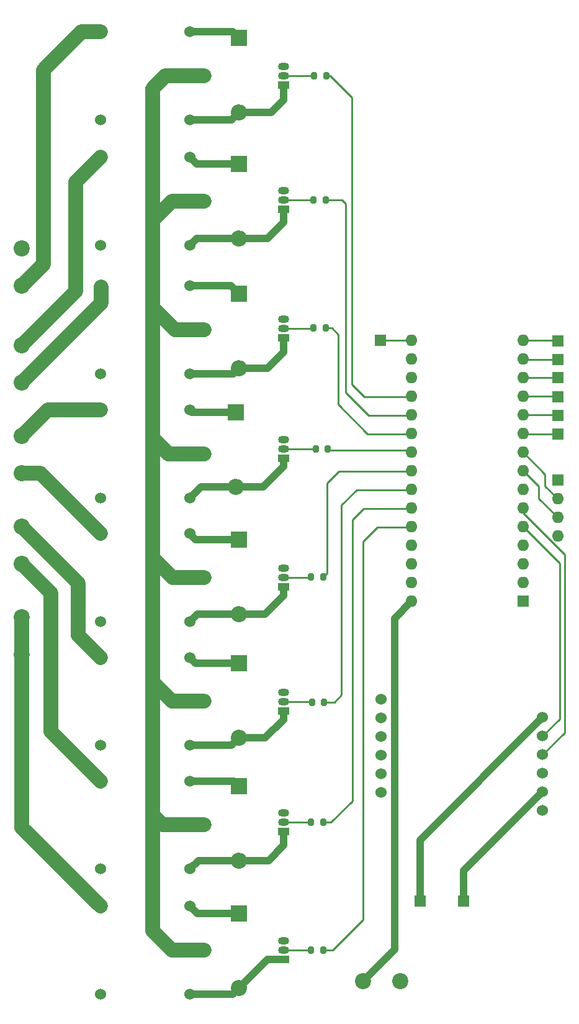
<source format=gbr>
%TF.GenerationSoftware,KiCad,Pcbnew,7.0.5*%
%TF.CreationDate,2024-04-02T13:29:20+05:30*%
%TF.ProjectId,RPFC_V0A,52504643-5f56-4304-912e-6b696361645f,rev?*%
%TF.SameCoordinates,Original*%
%TF.FileFunction,Copper,L1,Top*%
%TF.FilePolarity,Positive*%
%FSLAX46Y46*%
G04 Gerber Fmt 4.6, Leading zero omitted, Abs format (unit mm)*
G04 Created by KiCad (PCBNEW 7.0.5) date 2024-04-02 13:29:20*
%MOMM*%
%LPD*%
G01*
G04 APERTURE LIST*
G04 Aperture macros list*
%AMRoundRect*
0 Rectangle with rounded corners*
0 $1 Rounding radius*
0 $2 $3 $4 $5 $6 $7 $8 $9 X,Y pos of 4 corners*
0 Add a 4 corners polygon primitive as box body*
4,1,4,$2,$3,$4,$5,$6,$7,$8,$9,$2,$3,0*
0 Add four circle primitives for the rounded corners*
1,1,$1+$1,$2,$3*
1,1,$1+$1,$4,$5*
1,1,$1+$1,$6,$7*
1,1,$1+$1,$8,$9*
0 Add four rect primitives between the rounded corners*
20,1,$1+$1,$2,$3,$4,$5,0*
20,1,$1+$1,$4,$5,$6,$7,0*
20,1,$1+$1,$6,$7,$8,$9,0*
20,1,$1+$1,$8,$9,$2,$3,0*%
G04 Aperture macros list end*
%TA.AperFunction,ComponentPad*%
%ADD10R,1.600000X1.600000*%
%TD*%
%TA.AperFunction,ComponentPad*%
%ADD11R,2.200000X2.200000*%
%TD*%
%TA.AperFunction,ComponentPad*%
%ADD12O,2.200000X2.200000*%
%TD*%
%TA.AperFunction,ComponentPad*%
%ADD13C,2.200000*%
%TD*%
%TA.AperFunction,ComponentPad*%
%ADD14R,1.500000X1.050000*%
%TD*%
%TA.AperFunction,ComponentPad*%
%ADD15O,1.500000X1.050000*%
%TD*%
%TA.AperFunction,ComponentPad*%
%ADD16C,1.524000*%
%TD*%
%TA.AperFunction,SMDPad,CuDef*%
%ADD17RoundRect,0.200000X0.200000X0.275000X-0.200000X0.275000X-0.200000X-0.275000X0.200000X-0.275000X0*%
%TD*%
%TA.AperFunction,ComponentPad*%
%ADD18O,1.600000X1.600000*%
%TD*%
%TA.AperFunction,Conductor*%
%ADD19C,1.000000*%
%TD*%
%TA.AperFunction,Conductor*%
%ADD20C,0.250000*%
%TD*%
%TA.AperFunction,Conductor*%
%ADD21C,2.000000*%
%TD*%
G04 APERTURE END LIST*
D10*
%TO.P,H10,1*%
%TO.N,GND_buck*%
X80000000Y-150000000D03*
%TD*%
%TO.P,H9,1*%
%TO.N,VIN_buck*%
X86000000Y-150000000D03*
%TD*%
D11*
%TO.P,D8,1,K*%
%TO.N,VIN*%
X55300000Y-151730000D03*
D12*
%TO.P,D8,2,A*%
%TO.N,Net-(D8-A)*%
X55300000Y-161890000D03*
%TD*%
D11*
%TO.P,D1,1,K*%
%TO.N,VIN*%
X55300000Y-32320000D03*
D12*
%TO.P,D1,2,A*%
%TO.N,Net-(D1-A)*%
X55300000Y-42480000D03*
%TD*%
D13*
%TO.P,TB5,1,+ve*%
%TO.N,/switching_circuit/SW_C6*%
X25700000Y-98960000D03*
%TO.P,TB5,2,-ve*%
%TO.N,/switching_circuit/SW_C7*%
X25700000Y-104040000D03*
%TD*%
D12*
%TO.P,D3,2,A*%
%TO.N,Net-(D3-A)*%
X55300000Y-77380000D03*
D11*
%TO.P,D3,1,K*%
%TO.N,VIN*%
X55300000Y-67220000D03*
%TD*%
D10*
%TO.P,H8,1*%
%TO.N,MOSI*%
X98825000Y-76170000D03*
%TD*%
D14*
%TO.P,Q4,1,C*%
%TO.N,Net-(D3-A)*%
X61400000Y-73200000D03*
D15*
%TO.P,Q4,2,B*%
%TO.N,Net-(Q4-B)*%
X61400000Y-71930000D03*
%TO.P,Q4,3,E*%
%TO.N,GND*%
X61400000Y-70660000D03*
%TD*%
D16*
%TO.P,SW4,1,COM*%
%TO.N,/switching_circuit/COM*%
X50600000Y-89040000D03*
%TO.P,SW4,2,+ve*%
%TO.N,VIN*%
X48600000Y-83040000D03*
%TO.P,SW4,3,-ve*%
%TO.N,Net-(D4-A)*%
X48600000Y-95040000D03*
%TO.P,SW4,4,NC*%
%TO.N,unconnected-(SW4-NC-Pad4)*%
X36400000Y-95040000D03*
%TO.P,SW4,5,NO*%
%TO.N,/switching_circuit/SW_C4*%
X36400000Y-83040000D03*
%TD*%
%TO.P,SW7,1,COM*%
%TO.N,/switching_circuit/COM*%
X50600000Y-139650000D03*
%TO.P,SW7,2,+ve*%
%TO.N,VIN*%
X48600000Y-133650000D03*
%TO.P,SW7,3,-ve*%
%TO.N,Net-(D7-A)*%
X48600000Y-145650000D03*
%TO.P,SW7,4,NC*%
%TO.N,unconnected-(SW7-NC-Pad4)*%
X36400000Y-145650000D03*
%TO.P,SW7,5,NO*%
%TO.N,/switching_circuit/SW_C7*%
X36400000Y-133650000D03*
%TD*%
D14*
%TO.P,Q6,1,C*%
%TO.N,Net-(D5-A)*%
X61400000Y-107140000D03*
D15*
%TO.P,Q6,2,B*%
%TO.N,Net-(Q6-B)*%
X61400000Y-105870000D03*
%TO.P,Q6,3,E*%
%TO.N,GND*%
X61400000Y-104600000D03*
%TD*%
D17*
%TO.P,R2,1,1*%
%TO.N,/switching_circuit/A1*%
X67150000Y-54400000D03*
%TO.P,R2,2,2*%
%TO.N,Net-(Q3-B)*%
X65500000Y-54400000D03*
%TD*%
D14*
%TO.P,Q3,1,C*%
%TO.N,Net-(D2-A)*%
X61400000Y-55740000D03*
D15*
%TO.P,Q3,2,B*%
%TO.N,Net-(Q3-B)*%
X61400000Y-54470000D03*
%TO.P,Q3,3,E*%
%TO.N,GND*%
X61400000Y-53200000D03*
%TD*%
D14*
%TO.P,Q1,1,C*%
%TO.N,Net-(D1-A)*%
X61400000Y-38770000D03*
D15*
%TO.P,Q1,2,B*%
%TO.N,Net-(Q1-B)*%
X61400000Y-37500000D03*
%TO.P,Q1,3,E*%
%TO.N,GND*%
X61400000Y-36230000D03*
%TD*%
D16*
%TO.P,SW6,1,COM*%
%TO.N,/switching_circuit/COM*%
X50600000Y-122800000D03*
%TO.P,SW6,2,+ve*%
%TO.N,VIN*%
X48600000Y-116800000D03*
%TO.P,SW6,3,-ve*%
%TO.N,Net-(D6-A)*%
X48600000Y-128800000D03*
%TO.P,SW6,4,NC*%
%TO.N,unconnected-(SW6-NC-Pad4)*%
X36400000Y-128800000D03*
%TO.P,SW6,5,NO*%
%TO.N,/switching_circuit/SW_C6*%
X36400000Y-116800000D03*
%TD*%
%TO.P,SW8,1,COM*%
%TO.N,/switching_circuit/COM*%
X50600000Y-156700000D03*
%TO.P,SW8,2,+ve*%
%TO.N,VIN*%
X48600000Y-150700000D03*
%TO.P,SW8,3,-ve*%
%TO.N,Net-(D8-A)*%
X48600000Y-162700000D03*
%TO.P,SW8,4,NC*%
%TO.N,unconnected-(SW8-NC-Pad4)*%
X36400000Y-162700000D03*
%TO.P,SW8,5,NO*%
%TO.N,/switching_circuit/SW_C8*%
X36400000Y-150700000D03*
%TD*%
D17*
%TO.P,R1,1,1*%
%TO.N,/switching_circuit/A0*%
X67250000Y-37500000D03*
%TO.P,R1,2,2*%
%TO.N,Net-(Q1-B)*%
X65600000Y-37500000D03*
%TD*%
D16*
%TO.P,SW2,1,COM*%
%TO.N,/switching_circuit/COM*%
X50600000Y-54590000D03*
%TO.P,SW2,2,+ve*%
%TO.N,VIN*%
X48600000Y-48590000D03*
%TO.P,SW2,3,-ve*%
%TO.N,Net-(D2-A)*%
X48600000Y-60590000D03*
%TO.P,SW2,4,NC*%
%TO.N,unconnected-(SW2-NC-Pad4)*%
X36400000Y-60590000D03*
%TO.P,SW2,5,NO*%
%TO.N,/switching_circuit/SW_C2*%
X36400000Y-48590000D03*
%TD*%
D17*
%TO.P,R5,1,1*%
%TO.N,/switching_circuit/A4*%
X66825000Y-105850000D03*
%TO.P,R5,2,2*%
%TO.N,Net-(Q6-B)*%
X65175000Y-105850000D03*
%TD*%
D11*
%TO.P,D4,1,K*%
%TO.N,VIN*%
X54850000Y-83360000D03*
D12*
%TO.P,D4,2,A*%
%TO.N,Net-(D4-A)*%
X54850000Y-93520000D03*
%TD*%
D17*
%TO.P,R3,1,1*%
%TO.N,/switching_circuit/A2*%
X67150000Y-71900000D03*
%TO.P,R3,2,2*%
%TO.N,Net-(Q4-B)*%
X65500000Y-71900000D03*
%TD*%
%TO.P,R6,1,1*%
%TO.N,/switching_circuit/A5*%
X66925000Y-122900000D03*
%TO.P,R6,2,2*%
%TO.N,Net-(Q2-B)*%
X65275000Y-122900000D03*
%TD*%
D13*
%TO.P,TB4,1,+ve*%
%TO.N,/switching_circuit/SW_C4*%
X25700000Y-86600000D03*
%TO.P,TB4,2,-ve*%
%TO.N,/switching_circuit/SW_C5*%
X25700000Y-91680000D03*
%TD*%
D16*
%TO.P,SW3,5,NO*%
%TO.N,/switching_circuit/SW_C3*%
X36400000Y-66130000D03*
%TO.P,SW3,4,NC*%
%TO.N,unconnected-(SW3-NC-Pad4)*%
X36400000Y-78130000D03*
%TO.P,SW3,3,-ve*%
%TO.N,Net-(D3-A)*%
X48600000Y-78130000D03*
%TO.P,SW3,2,+ve*%
%TO.N,VIN*%
X48600000Y-66130000D03*
%TO.P,SW3,1,COM*%
%TO.N,/switching_circuit/COM*%
X50600000Y-72130000D03*
%TD*%
%TO.P,SW5,1,COM*%
%TO.N,/switching_circuit/COM*%
X50600000Y-105900000D03*
%TO.P,SW5,2,+ve*%
%TO.N,VIN*%
X48600000Y-99900000D03*
%TO.P,SW5,3,-ve*%
%TO.N,Net-(D5-A)*%
X48600000Y-111900000D03*
%TO.P,SW5,4,NC*%
%TO.N,unconnected-(SW5-NC-Pad4)*%
X36400000Y-111900000D03*
%TO.P,SW5,5,NO*%
%TO.N,/switching_circuit/SW_C5*%
X36400000Y-99900000D03*
%TD*%
D10*
%TO.P,H7,1*%
%TO.N,MISO*%
X98825000Y-73630000D03*
%TD*%
%TO.P,A1,1,TX1*%
%TO.N,TX1*%
X94115000Y-109170000D03*
D18*
%TO.P,A1,2,RX1*%
%TO.N,RX1*%
X94115000Y-106630000D03*
%TO.P,A1,3,~{RESET}*%
%TO.N,unconnected-(A1-~{RESET}-Pad3)*%
X94115000Y-104090000D03*
%TO.P,A1,4,GND*%
%TO.N,GND*%
X94115000Y-101550000D03*
%TO.P,A1,5,D2*%
%TO.N,SIMTX*%
X94115000Y-99010000D03*
%TO.P,A1,6,D3*%
%TO.N,~SIMRX*%
X94115000Y-96470000D03*
%TO.P,A1,7,D4*%
%TO.N,D4*%
X94115000Y-93930000D03*
%TO.P,A1,8,D5*%
%TO.N,/PZEMRX*%
X94115000Y-91390000D03*
%TO.P,A1,9,D6*%
%TO.N,/PZEMTX*%
X94115000Y-88850000D03*
%TO.P,A1,10,D7*%
%TO.N,D7*%
X94115000Y-86310000D03*
%TO.P,A1,11,D8*%
%TO.N,D8*%
X94115000Y-83770000D03*
%TO.P,A1,12,D9*%
%TO.N,D9*%
X94115000Y-81230000D03*
%TO.P,A1,13,D10*%
%TO.N,D10*%
X94115000Y-78690000D03*
%TO.P,A1,14,MOSI*%
%TO.N,MOSI*%
X94115000Y-76150000D03*
%TO.P,A1,15,MISO*%
%TO.N,MISO*%
X94115000Y-73610000D03*
%TO.P,A1,16,SCK*%
%TO.N,SCK*%
X78875000Y-73610000D03*
%TO.P,A1,17,3V3*%
%TO.N,3V3*%
X78875000Y-76150000D03*
%TO.P,A1,18,AREF*%
%TO.N,unconnected-(A1-AREF-Pad18)*%
X78875000Y-78690000D03*
%TO.P,A1,19,A0*%
%TO.N,/switching_circuit/A0*%
X78875000Y-81230000D03*
%TO.P,A1,20,A1*%
%TO.N,/switching_circuit/A1*%
X78875000Y-83770000D03*
%TO.P,A1,21,A2*%
%TO.N,/switching_circuit/A2*%
X78875000Y-86310000D03*
%TO.P,A1,22,A3*%
%TO.N,/switching_circuit/A3*%
X78875000Y-88850000D03*
%TO.P,A1,23,SDA/A4*%
%TO.N,/switching_circuit/A4*%
X78875000Y-91390000D03*
%TO.P,A1,24,SCL/A5*%
%TO.N,/switching_circuit/A5*%
X78875000Y-93930000D03*
%TO.P,A1,25,A6*%
%TO.N,/switching_circuit/A6*%
X78875000Y-96470000D03*
%TO.P,A1,26,A7*%
%TO.N,/switching_circuit/A7*%
X78875000Y-99010000D03*
%TO.P,A1,27,+5V*%
%TO.N,+5V*%
X78875000Y-101550000D03*
%TO.P,A1,28,~{RESET}*%
%TO.N,unconnected-(A1-~{RESET}-Pad28)*%
X78875000Y-104090000D03*
%TO.P,A1,29,GND*%
%TO.N,GND*%
X78875000Y-106630000D03*
%TO.P,A1,30,VIN*%
%TO.N,VIN*%
X78875000Y-109170000D03*
%TD*%
D10*
%TO.P,H6,1*%
%TO.N,SCK*%
X74615000Y-73610000D03*
%TD*%
D14*
%TO.P,Q2,1,C*%
%TO.N,Net-(D6-A)*%
X61400000Y-124140000D03*
D15*
%TO.P,Q2,2,B*%
%TO.N,Net-(Q2-B)*%
X61400000Y-122870000D03*
%TO.P,Q2,3,E*%
%TO.N,GND*%
X61400000Y-121600000D03*
%TD*%
D17*
%TO.P,R4,2,2*%
%TO.N,Net-(Q5-B)*%
X65800000Y-88400000D03*
%TO.P,R4,1,1*%
%TO.N,/switching_circuit/A3*%
X67450000Y-88400000D03*
%TD*%
D13*
%TO.P,TB3,1,+ve*%
%TO.N,/switching_circuit/SW_C2*%
X25700000Y-74220000D03*
%TO.P,TB3,2,-ve*%
%TO.N,/switching_circuit/SW_C3*%
X25700000Y-79300000D03*
%TD*%
D17*
%TO.P,R7,1,1*%
%TO.N,/switching_circuit/A6*%
X66825000Y-139300000D03*
%TO.P,R7,2,2*%
%TO.N,Net-(Q7-B)*%
X65175000Y-139300000D03*
%TD*%
D14*
%TO.P,Q8,1,C*%
%TO.N,Net-(D8-A)*%
X61400000Y-158000000D03*
D15*
%TO.P,Q8,2,B*%
%TO.N,Net-(Q8-B)*%
X61400000Y-156730000D03*
%TO.P,Q8,3,E*%
%TO.N,GND*%
X61400000Y-155460000D03*
%TD*%
D17*
%TO.P,R8,1,1*%
%TO.N,/switching_circuit/A7*%
X66825000Y-156700000D03*
%TO.P,R8,2,2*%
%TO.N,Net-(Q8-B)*%
X65175000Y-156700000D03*
%TD*%
D13*
%TO.P,TB2,1,+ve*%
%TO.N,/switching_circuit/COM*%
X25700000Y-61060000D03*
%TO.P,TB2,2,-ve*%
%TO.N,/switching_circuit/SW_C1*%
X25700000Y-66140000D03*
%TD*%
D16*
%TO.P,SW1,1,COM*%
%TO.N,/switching_circuit/COM*%
X50600000Y-37500000D03*
%TO.P,SW1,2,+ve*%
%TO.N,VIN*%
X48600000Y-31500000D03*
%TO.P,SW1,3,-ve*%
%TO.N,Net-(D1-A)*%
X48600000Y-43500000D03*
%TO.P,SW1,4,NC*%
%TO.N,unconnected-(SW1-NC-Pad4)*%
X36400000Y-43500000D03*
%TO.P,SW1,5,NO*%
%TO.N,/switching_circuit/SW_C1*%
X36400000Y-31500000D03*
%TD*%
D10*
%TO.P,H3,1*%
%TO.N,D8*%
X98825000Y-83790000D03*
%TD*%
D16*
%TO.P,U1,1,SPK-*%
%TO.N,unconnected-(U1-SPK--Pad1)*%
X74730000Y-122490000D03*
%TO.P,U1,2,SPK+*%
%TO.N,unconnected-(U1-SPK+-Pad2)*%
X74730000Y-125030000D03*
%TO.P,U1,3,MIC-*%
%TO.N,unconnected-(U1-MIC--Pad3)*%
X74730000Y-127570000D03*
%TO.P,U1,4,MIC+*%
%TO.N,unconnected-(U1-MIC+-Pad4)*%
X74730000Y-130110000D03*
%TO.P,U1,5,DTR*%
%TO.N,unconnected-(U1-DTR-Pad5)*%
X74730000Y-132650000D03*
%TO.P,U1,6,RING*%
%TO.N,unconnected-(U1-RING-Pad6)*%
X74730000Y-135190000D03*
%TO.P,U1,7,NET*%
%TO.N,unconnected-(U1-NET-Pad7)*%
X96730000Y-137690000D03*
%TO.P,U1,8,VCC*%
%TO.N,VIN_buck*%
X96730000Y-135150000D03*
%TO.P,U1,9,RST*%
%TO.N,unconnected-(U1-RST-Pad9)*%
X96730000Y-132610000D03*
%TO.P,U1,10,RXD*%
%TO.N,~SIMRX*%
X96730000Y-130070000D03*
%TO.P,U1,11,TXD*%
%TO.N,SIMTX*%
X96730000Y-127530000D03*
%TO.P,U1,12,GND*%
%TO.N,GND_buck*%
X96730000Y-124990000D03*
%TD*%
D10*
%TO.P,H5,1*%
%TO.N,D10*%
X98825000Y-78670000D03*
%TD*%
D11*
%TO.P,D7,1,K*%
%TO.N,VIN*%
X55300000Y-134320000D03*
D12*
%TO.P,D7,2,A*%
%TO.N,Net-(D7-A)*%
X55300000Y-144480000D03*
%TD*%
D13*
%TO.P,TB6,1,+ve*%
%TO.N,/switching_circuit/SW_C8*%
X25700000Y-111360000D03*
%TO.P,TB6,2,-ve*%
X25700000Y-116440000D03*
%TD*%
D14*
%TO.P,Q5,1,C*%
%TO.N,Net-(D4-A)*%
X61400000Y-89670000D03*
D15*
%TO.P,Q5,2,B*%
%TO.N,Net-(Q5-B)*%
X61400000Y-88400000D03*
%TO.P,Q5,3,E*%
%TO.N,GND*%
X61400000Y-87130000D03*
%TD*%
D10*
%TO.P,H2,1*%
%TO.N,D9*%
X98825000Y-81250000D03*
%TD*%
D11*
%TO.P,D6,1,K*%
%TO.N,VIN*%
X55300000Y-117600000D03*
D12*
%TO.P,D6,2,A*%
%TO.N,Net-(D6-A)*%
X55300000Y-127760000D03*
%TD*%
D11*
%TO.P,D2,1,K*%
%TO.N,VIN*%
X55300000Y-49510000D03*
D12*
%TO.P,D2,2,A*%
%TO.N,Net-(D2-A)*%
X55300000Y-59670000D03*
%TD*%
D13*
%TO.P,TB1,1,+ve*%
%TO.N,VIN*%
X72220000Y-160985000D03*
%TO.P,TB1,2,-ve*%
%TO.N,GND*%
X77300000Y-160985000D03*
%TD*%
D11*
%TO.P,D5,1,K*%
%TO.N,VIN*%
X55300000Y-100720000D03*
D12*
%TO.P,D5,2,A*%
%TO.N,Net-(D5-A)*%
X55300000Y-110880000D03*
%TD*%
D10*
%TO.P,H1,1*%
%TO.N,GND*%
X98825000Y-92640000D03*
D18*
%TO.P,H1,2*%
%TO.N,/PZEMTX*%
X98825000Y-95180000D03*
%TO.P,H1,3*%
%TO.N,/PZEMRX*%
X98825000Y-97720000D03*
%TO.P,H1,4*%
%TO.N,+5V*%
X98825000Y-100260000D03*
%TD*%
D10*
%TO.P,H4,1*%
%TO.N,D7*%
X98825000Y-86330000D03*
%TD*%
D14*
%TO.P,Q7,1,C*%
%TO.N,Net-(D7-A)*%
X61440000Y-140570000D03*
D15*
%TO.P,Q7,2,B*%
%TO.N,Net-(Q7-B)*%
X61440000Y-139300000D03*
%TO.P,Q7,3,E*%
%TO.N,GND*%
X61440000Y-138030000D03*
%TD*%
D19*
%TO.N,VIN*%
X49520000Y-49510000D02*
X48600000Y-48590000D01*
X55300000Y-49510000D02*
X49520000Y-49510000D01*
X48600000Y-31500000D02*
X54480000Y-31500000D01*
X54480000Y-31500000D02*
X55300000Y-32320000D01*
D20*
%TO.N,/PZEMTX*%
X97090000Y-93445000D02*
X98825000Y-95180000D01*
X94115000Y-88850000D02*
X97090000Y-91825000D01*
X97090000Y-91825000D02*
X97090000Y-93445000D01*
%TO.N,/PZEMRX*%
X96230000Y-95125000D02*
X96230000Y-93505000D01*
X96230000Y-93505000D02*
X94115000Y-91390000D01*
X98825000Y-97720000D02*
X96230000Y-95125000D01*
%TO.N,Net-(Q7-B)*%
X61440000Y-139300000D02*
X65175000Y-139300000D01*
%TO.N,Net-(Q8-B)*%
X65145000Y-156730000D02*
X65175000Y-156700000D01*
X61400000Y-156730000D02*
X65145000Y-156730000D01*
D19*
%TO.N,VIN*%
X76570000Y-111475000D02*
X76570000Y-156635000D01*
X78875000Y-109170000D02*
X76570000Y-111475000D01*
X76570000Y-156635000D02*
X72220000Y-160985000D01*
%TO.N,GND_buck*%
X80000000Y-141720000D02*
X96730000Y-124990000D01*
X80000000Y-150000000D02*
X80000000Y-141720000D01*
%TO.N,VIN_buck*%
X86000000Y-145880000D02*
X96730000Y-135150000D01*
X86000000Y-150000000D02*
X86000000Y-145880000D01*
D20*
%TO.N,SIMTX*%
X94115000Y-99010000D02*
X99060000Y-103955000D01*
X99060000Y-103955000D02*
X99060000Y-125200000D01*
X99060000Y-125200000D02*
X96730000Y-127530000D01*
%TO.N,~SIMRX*%
X99730000Y-127070000D02*
X96730000Y-130070000D01*
X99730000Y-102755991D02*
X99730000Y-127070000D01*
X94115000Y-97140991D02*
X99730000Y-102755991D01*
X94115000Y-96470000D02*
X94115000Y-97140991D01*
%TO.N,D7*%
X94135000Y-86330000D02*
X94115000Y-86310000D01*
X98825000Y-86330000D02*
X94135000Y-86330000D01*
%TO.N,D8*%
X98805000Y-83770000D02*
X98825000Y-83790000D01*
X94115000Y-83770000D02*
X98805000Y-83770000D01*
%TO.N,D9*%
X98805000Y-81230000D02*
X98825000Y-81250000D01*
X94115000Y-81230000D02*
X98805000Y-81230000D01*
%TO.N,D10*%
X98805000Y-78690000D02*
X98825000Y-78670000D01*
X94115000Y-78690000D02*
X98805000Y-78690000D01*
%TO.N,MOSI*%
X94135000Y-76170000D02*
X94115000Y-76150000D01*
X98825000Y-76170000D02*
X94135000Y-76170000D01*
%TO.N,MISO*%
X98805000Y-73610000D02*
X98825000Y-73630000D01*
X94115000Y-73610000D02*
X98805000Y-73610000D01*
D19*
X94135000Y-73630000D02*
X94115000Y-73610000D01*
D20*
%TO.N,SCK*%
X74615000Y-73610000D02*
X78875000Y-73610000D01*
%TO.N,/switching_circuit/A3*%
X78550000Y-88530000D02*
X67580000Y-88530000D01*
X78880000Y-88860000D02*
X78550000Y-88530000D01*
X67580000Y-88530000D02*
X67450000Y-88400000D01*
%TO.N,/switching_circuit/A2*%
X72860000Y-86320000D02*
X78880000Y-86320000D01*
X68870000Y-82330000D02*
X72860000Y-86320000D01*
X68870000Y-72770000D02*
X68870000Y-82330000D01*
X68000000Y-71900000D02*
X68870000Y-72770000D01*
X67150000Y-71900000D02*
X68000000Y-71900000D01*
%TO.N,/switching_circuit/A1*%
X69850000Y-54910000D02*
X69340000Y-54400000D01*
X69850000Y-80650000D02*
X69850000Y-54910000D01*
X72980000Y-83780000D02*
X69850000Y-80650000D01*
X69340000Y-54400000D02*
X67150000Y-54400000D01*
X78880000Y-83780000D02*
X72980000Y-83780000D01*
%TO.N,/switching_circuit/A0*%
X72390000Y-81240000D02*
X78880000Y-81240000D01*
X70700000Y-79550000D02*
X72390000Y-81240000D01*
X70700000Y-40430000D02*
X70700000Y-79550000D01*
X67770000Y-37500000D02*
X70700000Y-40430000D01*
X67250000Y-37500000D02*
X67770000Y-37500000D01*
%TO.N,/switching_circuit/A7*%
X72240000Y-152600000D02*
X68140000Y-156700000D01*
X72240000Y-100980000D02*
X72240000Y-152600000D01*
X68140000Y-156700000D02*
X66825000Y-156700000D01*
X74200000Y-99020000D02*
X72240000Y-100980000D01*
X78880000Y-99020000D02*
X74200000Y-99020000D01*
%TO.N,/switching_circuit/A6*%
X70820000Y-136360000D02*
X67880000Y-139300000D01*
X67880000Y-139300000D02*
X66825000Y-139300000D01*
X70820000Y-98030000D02*
X70820000Y-136360000D01*
X72370000Y-96480000D02*
X70820000Y-98030000D01*
X78880000Y-96480000D02*
X72370000Y-96480000D01*
%TO.N,/switching_circuit/A5*%
X69300000Y-121940000D02*
X68340000Y-122900000D01*
X71370000Y-93940000D02*
X69300000Y-96010000D01*
X69300000Y-96010000D02*
X69300000Y-121940000D01*
X78880000Y-93940000D02*
X71370000Y-93940000D01*
X68340000Y-122900000D02*
X66925000Y-122900000D01*
%TO.N,/switching_circuit/A4*%
X67350000Y-93030000D02*
X67350000Y-105325000D01*
X68980000Y-91400000D02*
X67350000Y-93030000D01*
X78880000Y-91400000D02*
X68980000Y-91400000D01*
X67350000Y-105325000D02*
X66825000Y-105850000D01*
%TO.N,Net-(Q1-B)*%
X65600000Y-37500000D02*
X61400000Y-37500000D01*
%TO.N,Net-(Q2-B)*%
X65245000Y-122870000D02*
X61400000Y-122870000D01*
X65275000Y-122900000D02*
X65245000Y-122870000D01*
%TO.N,Net-(Q3-B)*%
X65430000Y-54470000D02*
X65500000Y-54400000D01*
X61400000Y-54470000D02*
X65430000Y-54470000D01*
%TO.N,Net-(Q5-B)*%
X61400000Y-88400000D02*
X65800000Y-88400000D01*
%TO.N,Net-(Q4-B)*%
X65470000Y-71930000D02*
X61400000Y-71930000D01*
X65500000Y-71900000D02*
X65470000Y-71930000D01*
%TO.N,/PZEMRX*%
X98115000Y-97720000D02*
X98825000Y-97720000D01*
%TO.N,/PZEMTX*%
X98115000Y-95180000D02*
X98825000Y-95180000D01*
%TO.N,D8*%
X98795000Y-83820000D02*
X98825000Y-83790000D01*
%TO.N,D9*%
X98795000Y-81280000D02*
X98825000Y-81250000D01*
D19*
%TO.N,Net-(D6-A)*%
X58900000Y-127760000D02*
X55300000Y-127760000D01*
X54260000Y-128800000D02*
X55300000Y-127760000D01*
X61400000Y-125260000D02*
X58900000Y-127760000D01*
X48600000Y-128800000D02*
X54260000Y-128800000D01*
X61400000Y-124140000D02*
X61400000Y-125260000D01*
D20*
%TO.N,Net-(Q6-B)*%
X61400000Y-105870000D02*
X65155000Y-105870000D01*
X65155000Y-105870000D02*
X65175000Y-105850000D01*
D19*
%TO.N,VIN*%
X55300000Y-100720000D02*
X49420000Y-100720000D01*
X49400000Y-117600000D02*
X48600000Y-116800000D01*
X48600000Y-133650000D02*
X54630000Y-133650000D01*
X54850000Y-83360000D02*
X48920000Y-83360000D01*
X55300000Y-151730000D02*
X49630000Y-151730000D01*
X54630000Y-133650000D02*
X55300000Y-134320000D01*
X49420000Y-100720000D02*
X48600000Y-99900000D01*
X48920000Y-83360000D02*
X48600000Y-83040000D01*
X49630000Y-151730000D02*
X48600000Y-150700000D01*
X55300000Y-117600000D02*
X49400000Y-117600000D01*
%TO.N,Net-(D1-A)*%
X61400000Y-38770000D02*
X61400000Y-40830000D01*
X48600000Y-43500000D02*
X54280000Y-43500000D01*
X54280000Y-43500000D02*
X55300000Y-42480000D01*
X59750000Y-42480000D02*
X55300000Y-42480000D01*
X61400000Y-40830000D02*
X59750000Y-42480000D01*
D21*
%TO.N,/switching_circuit/SW_C1*%
X36400000Y-31500000D02*
X33850000Y-31500000D01*
X33850000Y-31500000D02*
X28630000Y-36720000D01*
X28630000Y-36720000D02*
X28630000Y-63210000D01*
X28630000Y-63210000D02*
X25700000Y-66140000D01*
%TO.N,/switching_circuit/SW_C2*%
X36400000Y-48590000D02*
X33050000Y-51940000D01*
X33050000Y-51940000D02*
X33050000Y-66870000D01*
X33050000Y-66870000D02*
X25700000Y-74220000D01*
%TO.N,/switching_circuit/SW_C3*%
X36490000Y-68510000D02*
X36490000Y-66278000D01*
X25700000Y-79300000D02*
X36490000Y-68510000D01*
%TO.N,/switching_circuit/SW_C4*%
X25700000Y-86600000D02*
X29260000Y-83040000D01*
X29260000Y-83040000D02*
X36400000Y-83040000D01*
%TO.N,/switching_circuit/SW_C5*%
X25700000Y-91680000D02*
X28180000Y-91680000D01*
X28180000Y-91680000D02*
X36400000Y-99900000D01*
%TO.N,/switching_circuit/SW_C6*%
X25700000Y-98960000D02*
X33420000Y-106680000D01*
X33420000Y-106680000D02*
X33420000Y-113820000D01*
X33420000Y-113820000D02*
X36400000Y-116800000D01*
%TO.N,/switching_circuit/SW_C7*%
X29670000Y-126920000D02*
X36400000Y-133650000D01*
X29670000Y-108010000D02*
X29670000Y-126920000D01*
X25700000Y-104040000D02*
X29670000Y-108010000D01*
%TO.N,/switching_circuit/SW_C8*%
X25700000Y-140000000D02*
X36400000Y-150700000D01*
X25700000Y-111360000D02*
X25700000Y-116440000D01*
X25700000Y-116440000D02*
X25700000Y-140000000D01*
D20*
%TO.N,MOSI*%
X98795000Y-76200000D02*
X98825000Y-76170000D01*
D19*
%TO.N,Net-(D2-A)*%
X55300000Y-59670000D02*
X59170000Y-59670000D01*
X59170000Y-59670000D02*
X61400000Y-57440000D01*
X55300000Y-59670000D02*
X49520000Y-59670000D01*
X61400000Y-57440000D02*
X61400000Y-55740000D01*
X49520000Y-59670000D02*
X48600000Y-60590000D01*
%TO.N,VIN*%
X48600000Y-66130000D02*
X54210000Y-66130000D01*
X54210000Y-66130000D02*
X55300000Y-67220000D01*
%TO.N,Net-(D3-A)*%
X59230000Y-77380000D02*
X55300000Y-77380000D01*
X48600000Y-78130000D02*
X54550000Y-78130000D01*
X54550000Y-78130000D02*
X55300000Y-77380000D01*
X61400000Y-75210000D02*
X59230000Y-77380000D01*
X61400000Y-73200000D02*
X61400000Y-75210000D01*
%TO.N,Net-(D5-A)*%
X58890000Y-110880000D02*
X61400000Y-108370000D01*
X61400000Y-108370000D02*
X61400000Y-107140000D01*
X49620000Y-110880000D02*
X48600000Y-111900000D01*
X55300000Y-110880000D02*
X49620000Y-110880000D01*
X55300000Y-110880000D02*
X58890000Y-110880000D01*
%TO.N,Net-(D7-A)*%
X55300000Y-144480000D02*
X49770000Y-144480000D01*
X49770000Y-144480000D02*
X48600000Y-145650000D01*
X59380000Y-144480000D02*
X61440000Y-142420000D01*
X55300000Y-144480000D02*
X59380000Y-144480000D01*
X61440000Y-142420000D02*
X61440000Y-140570000D01*
%TO.N,Net-(D8-A)*%
X48600000Y-162700000D02*
X54490000Y-162700000D01*
X61400000Y-158000000D02*
X59190000Y-158000000D01*
X59190000Y-158000000D02*
X55300000Y-161890000D01*
X54490000Y-162700000D02*
X55300000Y-161890000D01*
%TO.N,Net-(D4-A)*%
X54850000Y-93520000D02*
X50120000Y-93520000D01*
X58610000Y-93520000D02*
X61400000Y-90730000D01*
X61400000Y-90730000D02*
X61400000Y-89670000D01*
X50120000Y-93520000D02*
X48600000Y-95040000D01*
X54850000Y-93520000D02*
X58610000Y-93520000D01*
D21*
%TO.N,/switching_circuit/COM*%
X46570000Y-72130000D02*
X50600000Y-72130000D01*
X43890000Y-56910000D02*
X43510000Y-56910000D01*
X44860000Y-139650000D02*
X43510000Y-138300000D01*
X50600000Y-156700000D02*
X46140000Y-156700000D01*
X50600000Y-122800000D02*
X46200000Y-122800000D01*
X46210000Y-54590000D02*
X43890000Y-56910000D01*
X43510000Y-103180000D02*
X46230000Y-105900000D01*
X43510000Y-86860000D02*
X45690000Y-89040000D01*
X43510000Y-80724688D02*
X43510000Y-86860000D01*
X43510000Y-63210000D02*
X43510000Y-80724688D01*
X46140000Y-156700000D02*
X43510000Y-154070000D01*
X43510000Y-120110000D02*
X43510000Y-114250000D01*
X46200000Y-122800000D02*
X43510000Y-120110000D01*
X43510000Y-56910000D02*
X43510000Y-63210000D01*
X43510000Y-63210000D02*
X43510000Y-69070000D01*
X43510000Y-69070000D02*
X46570000Y-72130000D01*
X43510000Y-154070000D02*
X43510000Y-130980000D01*
X43510000Y-138300000D02*
X43510000Y-130980000D01*
X45260000Y-37500000D02*
X43510000Y-39250000D01*
X45690000Y-89040000D02*
X50600000Y-89040000D01*
X43510000Y-130980000D02*
X43510000Y-114250000D01*
X50600000Y-37500000D02*
X45260000Y-37500000D01*
X43510000Y-114250000D02*
X43510000Y-96610000D01*
X50600000Y-54590000D02*
X46210000Y-54590000D01*
X50600000Y-139650000D02*
X44860000Y-139650000D01*
X43510000Y-39250000D02*
X43510000Y-56910000D01*
X43510000Y-96610000D02*
X43510000Y-103180000D01*
X43510000Y-80724688D02*
X43510000Y-96610000D01*
X46230000Y-105900000D02*
X50600000Y-105900000D01*
%TD*%
M02*

</source>
